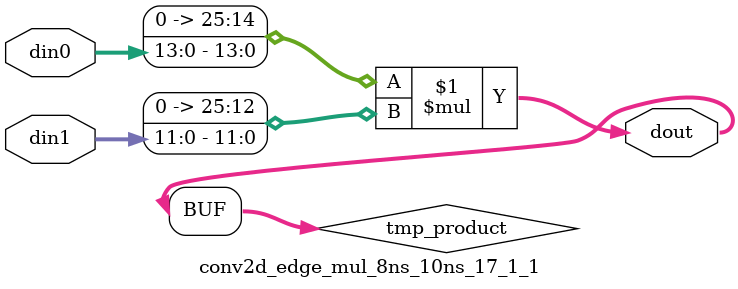
<source format=v>

`timescale 1 ns / 1 ps

 module conv2d_edge_mul_8ns_10ns_17_1_1(din0, din1, dout);
parameter ID = 1;
parameter NUM_STAGE = 0;
parameter din0_WIDTH = 14;
parameter din1_WIDTH = 12;
parameter dout_WIDTH = 26;

input [din0_WIDTH - 1 : 0] din0; 
input [din1_WIDTH - 1 : 0] din1; 
output [dout_WIDTH - 1 : 0] dout;

wire signed [dout_WIDTH - 1 : 0] tmp_product;
























assign tmp_product = $signed({1'b0, din0}) * $signed({1'b0, din1});











assign dout = tmp_product;





















endmodule

</source>
